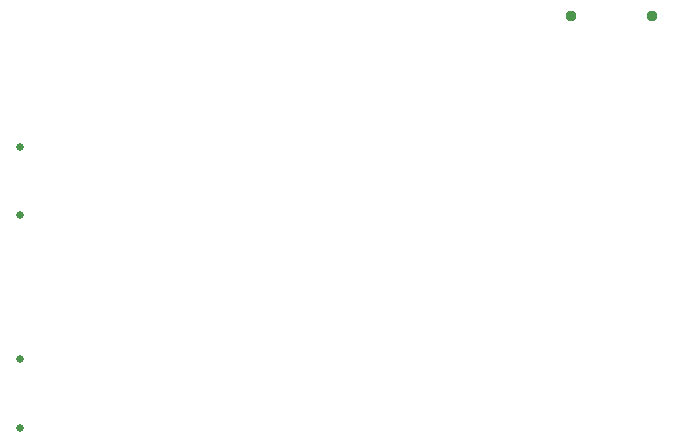
<source format=gbr>
%TF.GenerationSoftware,Altium Limited,Altium Designer,22.2.1 (43)*%
G04 Layer_Color=0*
%FSLAX26Y26*%
%MOIN*%
%TF.SameCoordinates,FBDAFD36-F916-462A-90D8-3015B88DE517*%
%TF.FilePolarity,Positive*%
%TF.FileFunction,NonPlated,1,4,NPTH,Drill*%
%TF.Part,Single*%
G01*
G75*
%TA.AperFunction,ComponentDrill*%
%ADD160C,0.037402*%
%ADD161C,0.025591*%
D160*
X3078740Y3799213D02*
D03*
X3346457D02*
D03*
D161*
X1240157Y3134252D02*
D03*
X1240158Y3361811D02*
D03*
X1240158Y2425591D02*
D03*
X1240158Y2653150D02*
D03*
%TF.MD5,d65c7df22041f970fab99190e52c6b0e*%
M02*

</source>
